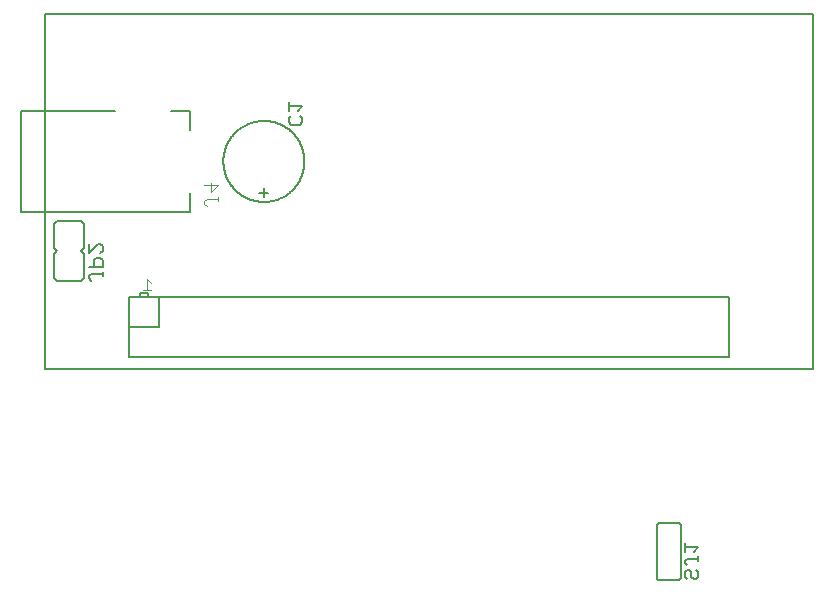
<source format=gbo>
G04 EAGLE Gerber RS-274X export*
G75*
%MOMM*%
%FSLAX34Y34*%
%LPD*%
%INSilkscreen Bottom*%
%IPPOS*%
%AMOC8*
5,1,8,0,0,1.08239X$1,22.5*%
G01*
%ADD10C,0.127000*%
%ADD11C,0.101600*%
%ADD12C,0.152400*%
%ADD13C,0.203200*%


D10*
X88900Y443800D02*
X88900Y469200D01*
X88900Y494600D01*
X98425Y494600D01*
X104775Y494600D01*
X114300Y494600D01*
X596900Y494600D01*
X596900Y443800D01*
X88900Y443800D01*
X88900Y469200D02*
X114300Y469200D01*
X114300Y494600D01*
X98425Y494600D02*
X98425Y497775D01*
X104775Y497775D01*
X104775Y494600D01*
D11*
X107272Y506924D02*
X104222Y509975D01*
X104222Y500823D01*
X107272Y500823D02*
X101171Y500823D01*
D10*
X17900Y434200D02*
X17900Y734200D01*
X667900Y734200D01*
X667900Y434200D01*
X17900Y434200D01*
D12*
X48260Y533400D02*
X50800Y535940D01*
X48260Y533400D02*
X50800Y530860D01*
X27940Y533400D02*
X25400Y535940D01*
X27940Y533400D02*
X25400Y530860D01*
X25400Y510540D01*
X27940Y508000D01*
X25400Y556260D02*
X27940Y558800D01*
X25400Y556260D02*
X25400Y535940D01*
X27940Y558800D02*
X48260Y558800D01*
X50800Y556260D01*
X50800Y535940D01*
X50800Y530860D02*
X50800Y510540D01*
X48260Y508000D01*
X27940Y508000D01*
D10*
X55245Y510542D02*
X57152Y508635D01*
X55245Y510542D02*
X55245Y512448D01*
X57152Y514355D01*
X66685Y514355D01*
X66685Y512448D02*
X66685Y516262D01*
X66685Y520329D02*
X55245Y520329D01*
X66685Y520329D02*
X66685Y526049D01*
X64778Y527955D01*
X60965Y527955D01*
X59058Y526049D01*
X59058Y520329D01*
X55245Y532023D02*
X55245Y539649D01*
X55245Y532023D02*
X62872Y539649D01*
X64778Y539649D01*
X66685Y537743D01*
X66685Y533930D01*
X64778Y532023D01*
D13*
X-2400Y566600D02*
X-2400Y652600D01*
X-2400Y566600D02*
X140600Y566600D01*
X140600Y582600D01*
X140600Y636600D02*
X140600Y652600D01*
X77100Y652600D02*
X-2400Y652600D01*
X124600Y652600D02*
X140600Y652600D01*
D11*
X152908Y573957D02*
X154857Y572008D01*
X152908Y573957D02*
X152908Y575906D01*
X154857Y577855D01*
X164602Y577855D01*
X164602Y575906D02*
X164602Y579804D01*
X164602Y589549D02*
X152908Y589549D01*
X158755Y583702D02*
X164602Y589549D01*
X158755Y591498D02*
X158755Y583702D01*
D12*
X203200Y586740D02*
X203200Y579120D01*
X199390Y582930D02*
X207010Y582930D01*
X168910Y609600D02*
X168920Y610442D01*
X168951Y611283D01*
X169003Y612123D01*
X169075Y612961D01*
X169168Y613797D01*
X169281Y614631D01*
X169415Y615462D01*
X169569Y616290D01*
X169743Y617113D01*
X169938Y617932D01*
X170152Y618746D01*
X170387Y619554D01*
X170641Y620356D01*
X170914Y621152D01*
X171208Y621941D01*
X171520Y622722D01*
X171852Y623496D01*
X172202Y624261D01*
X172571Y625017D01*
X172959Y625764D01*
X173365Y626501D01*
X173788Y627229D01*
X174230Y627945D01*
X174689Y628651D01*
X175165Y629344D01*
X175658Y630027D01*
X176168Y630696D01*
X176693Y631353D01*
X177235Y631997D01*
X177793Y632628D01*
X178366Y633244D01*
X178953Y633847D01*
X179556Y634434D01*
X180172Y635007D01*
X180803Y635565D01*
X181447Y636107D01*
X182104Y636632D01*
X182773Y637142D01*
X183456Y637635D01*
X184149Y638111D01*
X184855Y638570D01*
X185571Y639012D01*
X186299Y639435D01*
X187036Y639841D01*
X187783Y640229D01*
X188539Y640598D01*
X189304Y640948D01*
X190078Y641280D01*
X190859Y641592D01*
X191648Y641886D01*
X192444Y642159D01*
X193246Y642413D01*
X194054Y642648D01*
X194868Y642862D01*
X195687Y643057D01*
X196510Y643231D01*
X197338Y643385D01*
X198169Y643519D01*
X199003Y643632D01*
X199839Y643725D01*
X200677Y643797D01*
X201517Y643849D01*
X202358Y643880D01*
X203200Y643890D01*
X204042Y643880D01*
X204883Y643849D01*
X205723Y643797D01*
X206561Y643725D01*
X207397Y643632D01*
X208231Y643519D01*
X209062Y643385D01*
X209890Y643231D01*
X210713Y643057D01*
X211532Y642862D01*
X212346Y642648D01*
X213154Y642413D01*
X213956Y642159D01*
X214752Y641886D01*
X215541Y641592D01*
X216322Y641280D01*
X217096Y640948D01*
X217861Y640598D01*
X218617Y640229D01*
X219364Y639841D01*
X220101Y639435D01*
X220829Y639012D01*
X221545Y638570D01*
X222251Y638111D01*
X222944Y637635D01*
X223627Y637142D01*
X224296Y636632D01*
X224953Y636107D01*
X225597Y635565D01*
X226228Y635007D01*
X226844Y634434D01*
X227447Y633847D01*
X228034Y633244D01*
X228607Y632628D01*
X229165Y631997D01*
X229707Y631353D01*
X230232Y630696D01*
X230742Y630027D01*
X231235Y629344D01*
X231711Y628651D01*
X232170Y627945D01*
X232612Y627229D01*
X233035Y626501D01*
X233441Y625764D01*
X233829Y625017D01*
X234198Y624261D01*
X234548Y623496D01*
X234880Y622722D01*
X235192Y621941D01*
X235486Y621152D01*
X235759Y620356D01*
X236013Y619554D01*
X236248Y618746D01*
X236462Y617932D01*
X236657Y617113D01*
X236831Y616290D01*
X236985Y615462D01*
X237119Y614631D01*
X237232Y613797D01*
X237325Y612961D01*
X237397Y612123D01*
X237449Y611283D01*
X237480Y610442D01*
X237490Y609600D01*
X237480Y608758D01*
X237449Y607917D01*
X237397Y607077D01*
X237325Y606239D01*
X237232Y605403D01*
X237119Y604569D01*
X236985Y603738D01*
X236831Y602910D01*
X236657Y602087D01*
X236462Y601268D01*
X236248Y600454D01*
X236013Y599646D01*
X235759Y598844D01*
X235486Y598048D01*
X235192Y597259D01*
X234880Y596478D01*
X234548Y595704D01*
X234198Y594939D01*
X233829Y594183D01*
X233441Y593436D01*
X233035Y592699D01*
X232612Y591971D01*
X232170Y591255D01*
X231711Y590549D01*
X231235Y589856D01*
X230742Y589173D01*
X230232Y588504D01*
X229707Y587847D01*
X229165Y587203D01*
X228607Y586572D01*
X228034Y585956D01*
X227447Y585353D01*
X226844Y584766D01*
X226228Y584193D01*
X225597Y583635D01*
X224953Y583093D01*
X224296Y582568D01*
X223627Y582058D01*
X222944Y581565D01*
X222251Y581089D01*
X221545Y580630D01*
X220829Y580188D01*
X220101Y579765D01*
X219364Y579359D01*
X218617Y578971D01*
X217861Y578602D01*
X217096Y578252D01*
X216322Y577920D01*
X215541Y577608D01*
X214752Y577314D01*
X213956Y577041D01*
X213154Y576787D01*
X212346Y576552D01*
X211532Y576338D01*
X210713Y576143D01*
X209890Y575969D01*
X209062Y575815D01*
X208231Y575681D01*
X207397Y575568D01*
X206561Y575475D01*
X205723Y575403D01*
X204883Y575351D01*
X204042Y575320D01*
X203200Y575310D01*
X202358Y575320D01*
X201517Y575351D01*
X200677Y575403D01*
X199839Y575475D01*
X199003Y575568D01*
X198169Y575681D01*
X197338Y575815D01*
X196510Y575969D01*
X195687Y576143D01*
X194868Y576338D01*
X194054Y576552D01*
X193246Y576787D01*
X192444Y577041D01*
X191648Y577314D01*
X190859Y577608D01*
X190078Y577920D01*
X189304Y578252D01*
X188539Y578602D01*
X187783Y578971D01*
X187036Y579359D01*
X186299Y579765D01*
X185571Y580188D01*
X184855Y580630D01*
X184149Y581089D01*
X183456Y581565D01*
X182773Y582058D01*
X182104Y582568D01*
X181447Y583093D01*
X180803Y583635D01*
X180172Y584193D01*
X179556Y584766D01*
X178953Y585353D01*
X178366Y585956D01*
X177793Y586572D01*
X177235Y587203D01*
X176693Y587847D01*
X176168Y588504D01*
X175658Y589173D01*
X175165Y589856D01*
X174689Y590549D01*
X174230Y591255D01*
X173788Y591971D01*
X173365Y592699D01*
X172959Y593436D01*
X172571Y594183D01*
X172202Y594939D01*
X171852Y595704D01*
X171520Y596478D01*
X171208Y597259D01*
X170914Y598048D01*
X170641Y598844D01*
X170387Y599646D01*
X170152Y600454D01*
X169938Y601268D01*
X169743Y602087D01*
X169569Y602910D01*
X169415Y603738D01*
X169281Y604569D01*
X169168Y605403D01*
X169075Y606239D01*
X169003Y607077D01*
X168951Y607917D01*
X168920Y608758D01*
X168910Y609600D01*
D10*
X233688Y648342D02*
X235595Y646435D01*
X235595Y642622D01*
X233688Y640715D01*
X226062Y640715D01*
X224155Y642622D01*
X224155Y646435D01*
X226062Y648342D01*
X231782Y652409D02*
X235595Y656222D01*
X224155Y656222D01*
X224155Y652409D02*
X224155Y660035D01*
D12*
X535940Y300990D02*
X535940Y257810D01*
X556260Y300990D02*
X556258Y301090D01*
X556252Y301189D01*
X556242Y301289D01*
X556229Y301387D01*
X556211Y301486D01*
X556190Y301583D01*
X556165Y301679D01*
X556136Y301775D01*
X556103Y301869D01*
X556067Y301962D01*
X556027Y302053D01*
X555983Y302143D01*
X555936Y302231D01*
X555886Y302317D01*
X555832Y302401D01*
X555775Y302483D01*
X555715Y302562D01*
X555651Y302640D01*
X555585Y302714D01*
X555516Y302786D01*
X555444Y302855D01*
X555370Y302921D01*
X555292Y302985D01*
X555213Y303045D01*
X555131Y303102D01*
X555047Y303156D01*
X554961Y303206D01*
X554873Y303253D01*
X554783Y303297D01*
X554692Y303337D01*
X554599Y303373D01*
X554505Y303406D01*
X554409Y303435D01*
X554313Y303460D01*
X554216Y303481D01*
X554117Y303499D01*
X554019Y303512D01*
X553919Y303522D01*
X553820Y303528D01*
X553720Y303530D01*
X556260Y257810D02*
X556258Y257710D01*
X556252Y257611D01*
X556242Y257511D01*
X556229Y257413D01*
X556211Y257314D01*
X556190Y257217D01*
X556165Y257121D01*
X556136Y257025D01*
X556103Y256931D01*
X556067Y256838D01*
X556027Y256747D01*
X555983Y256657D01*
X555936Y256569D01*
X555886Y256483D01*
X555832Y256399D01*
X555775Y256317D01*
X555715Y256238D01*
X555651Y256160D01*
X555585Y256086D01*
X555516Y256014D01*
X555444Y255945D01*
X555370Y255879D01*
X555292Y255815D01*
X555213Y255755D01*
X555131Y255698D01*
X555047Y255644D01*
X554961Y255594D01*
X554873Y255547D01*
X554783Y255503D01*
X554692Y255463D01*
X554599Y255427D01*
X554505Y255394D01*
X554409Y255365D01*
X554313Y255340D01*
X554216Y255319D01*
X554117Y255301D01*
X554019Y255288D01*
X553919Y255278D01*
X553820Y255272D01*
X553720Y255270D01*
X538480Y255270D02*
X538380Y255272D01*
X538281Y255278D01*
X538181Y255288D01*
X538083Y255301D01*
X537984Y255319D01*
X537887Y255340D01*
X537791Y255365D01*
X537695Y255394D01*
X537601Y255427D01*
X537508Y255463D01*
X537417Y255503D01*
X537327Y255547D01*
X537239Y255594D01*
X537153Y255644D01*
X537069Y255698D01*
X536987Y255755D01*
X536908Y255815D01*
X536830Y255879D01*
X536756Y255945D01*
X536684Y256014D01*
X536615Y256086D01*
X536549Y256160D01*
X536485Y256238D01*
X536425Y256317D01*
X536368Y256399D01*
X536314Y256483D01*
X536264Y256569D01*
X536217Y256657D01*
X536173Y256747D01*
X536133Y256838D01*
X536097Y256931D01*
X536064Y257025D01*
X536035Y257121D01*
X536010Y257217D01*
X535989Y257314D01*
X535971Y257413D01*
X535958Y257511D01*
X535948Y257611D01*
X535942Y257710D01*
X535940Y257810D01*
X535940Y300990D02*
X535942Y301090D01*
X535948Y301189D01*
X535958Y301289D01*
X535971Y301387D01*
X535989Y301486D01*
X536010Y301583D01*
X536035Y301679D01*
X536064Y301775D01*
X536097Y301869D01*
X536133Y301962D01*
X536173Y302053D01*
X536217Y302143D01*
X536264Y302231D01*
X536314Y302317D01*
X536368Y302401D01*
X536425Y302483D01*
X536485Y302562D01*
X536549Y302640D01*
X536615Y302714D01*
X536684Y302786D01*
X536756Y302855D01*
X536830Y302921D01*
X536908Y302985D01*
X536987Y303045D01*
X537069Y303102D01*
X537153Y303156D01*
X537239Y303206D01*
X537327Y303253D01*
X537417Y303297D01*
X537508Y303337D01*
X537601Y303373D01*
X537695Y303406D01*
X537791Y303435D01*
X537887Y303460D01*
X537984Y303481D01*
X538083Y303499D01*
X538181Y303512D01*
X538281Y303522D01*
X538380Y303528D01*
X538480Y303530D01*
X553720Y303530D01*
X553720Y255270D02*
X538480Y255270D01*
X556260Y257810D02*
X556260Y300990D01*
D10*
X568968Y263532D02*
X570875Y261625D01*
X570875Y257812D01*
X568968Y255905D01*
X567062Y255905D01*
X565155Y257812D01*
X565155Y261625D01*
X563248Y263532D01*
X561342Y263532D01*
X559435Y261625D01*
X559435Y257812D01*
X561342Y255905D01*
X561342Y267599D02*
X559435Y269506D01*
X559435Y271412D01*
X561342Y273319D01*
X570875Y273319D01*
X570875Y275225D02*
X570875Y271412D01*
X567062Y279293D02*
X570875Y283106D01*
X559435Y283106D01*
X559435Y279293D02*
X559435Y286919D01*
M02*

</source>
